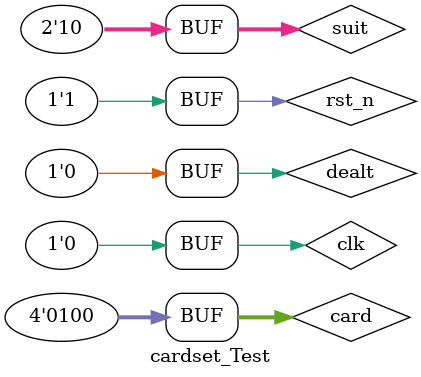
<source format=v>
`timescale 1ns / 1ps


module cardset_Test;

	// Inputs
	reg clk;
	reg rst_n;
	reg dealt;
	reg [3:0] card;
	reg [1:0] suit;

	// Outputs
	wire [3:0] card1;
	wire [3:0] card2;
	wire [3:0] card3;
	wire [3:0] card4;
	wire [3:0] card5;
	wire [1:0] suit1;
	wire [1:0] suit2;
	wire [1:0] suit3;
	wire [1:0] suit4;
	wire [1:0] suit5;
	wire [4:0] value;
	wire busted;

	// Instantiate the Unit Under Test (UUT)
	cardset uut (
		.clk(clk), 
		.rst_n(rst_n), 
		.dealt(dealt), 
		.card(card), 
		.suit(suit), 
		.card1(card1), 
		.card2(card2), 
		.card3(card3), 
		.card4(card4), 
		.card5(card5), 
		.suit1(suit1), 
		.suit2(suit2), 
		.suit3(suit3), 
		.suit4(suit4), 
		.suit5(suit5), 
		.value(value),
		.busted(busted)
	);

	initial begin
		// Initialize Inputs
		clk = 0;
		rst_n = 0;
		dealt = 0;
		card = 0;
		suit = 0;

		// Wait 100 ns for global reset to finish
		#100;
        
		// Add stimulus here
		rst_n = 1;
		
		repeat(50)
			#1 clk = ~clk;
		dealt = 1;
		card = 4'd12;
		suit = 2'd1;
		repeat(20)
			#1 clk = ~clk;
		dealt = 0;
		
		repeat(50)
			#1 clk = ~clk;
		dealt = 1;
		card = 4'd8;
		suit = 2'd3;
		repeat(20)
			#1 clk = ~clk;
		dealt = 0;
		
		repeat(50)
			#1 clk = ~clk;
		dealt = 1;
		card = 4'd4;
		suit = 2'd2;
		repeat(20)
			#1 clk = ~clk;
		dealt = 0;
		
		

	end
      
endmodule


</source>
